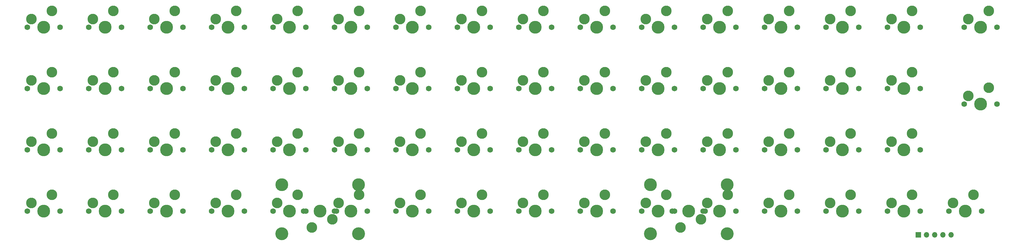
<source format=gts>
G04 #@! TF.GenerationSoftware,KiCad,Pcbnew,8.0.2-1.fc39*
G04 #@! TF.CreationDate,2024-05-29T21:02:28-04:00*
G04 #@! TF.ProjectId,KeychronQ9OrthoIntegrated,4b657963-6872-46f6-9e51-394f7274686f,rev?*
G04 #@! TF.SameCoordinates,Original*
G04 #@! TF.FileFunction,Soldermask,Top*
G04 #@! TF.FilePolarity,Negative*
%FSLAX46Y46*%
G04 Gerber Fmt 4.6, Leading zero omitted, Abs format (unit mm)*
G04 Created by KiCad (PCBNEW 8.0.2-1.fc39) date 2024-05-29 21:02:28*
%MOMM*%
%LPD*%
G01*
G04 APERTURE LIST*
%ADD10C,1.750000*%
%ADD11C,3.987800*%
%ADD12C,3.300000*%
%ADD13C,4.000000*%
%ADD14R,1.700000X1.700000*%
%ADD15O,1.700000X1.700000*%
G04 APERTURE END LIST*
D10*
G04 #@! TO.C,MX54*
X125730000Y-82550000D03*
D11*
X120650000Y-82550000D03*
D10*
X115570000Y-82550000D03*
D12*
X116840000Y-80010000D03*
X123190000Y-77470000D03*
G04 #@! TD*
D10*
G04 #@! TO.C,MX9*
X182880000Y-25400000D03*
D11*
X177800000Y-25400000D03*
D10*
X172720000Y-25400000D03*
D12*
X173990000Y-22860000D03*
X180340000Y-20320000D03*
G04 #@! TD*
D10*
G04 #@! TO.C,MX37*
X106680000Y-63500000D03*
D11*
X101600000Y-63500000D03*
D10*
X96520000Y-63500000D03*
D12*
X97790000Y-60960000D03*
X104140000Y-58420000D03*
G04 #@! TD*
D10*
G04 #@! TO.C,MX20*
X87630000Y-44450000D03*
D11*
X82550000Y-44450000D03*
D10*
X77470000Y-44450000D03*
D12*
X78740000Y-41910000D03*
X85090000Y-39370000D03*
G04 #@! TD*
D10*
G04 #@! TO.C,MX49*
X49530000Y-82550000D03*
D11*
X44450000Y-82550000D03*
D10*
X39370000Y-82550000D03*
D12*
X40640000Y-80010000D03*
X46990000Y-77470000D03*
G04 #@! TD*
D10*
G04 #@! TO.C,MX36*
X87630000Y-63500000D03*
D11*
X82550000Y-63500000D03*
D10*
X77470000Y-63500000D03*
D12*
X78740000Y-60960000D03*
X85090000Y-58420000D03*
G04 #@! TD*
D10*
G04 #@! TO.C,MX16*
X320992500Y-25400000D03*
D11*
X315912500Y-25400000D03*
D10*
X310832500Y-25400000D03*
D12*
X312102500Y-22860000D03*
X318452500Y-20320000D03*
G04 #@! TD*
D10*
G04 #@! TO.C,MX5*
X106680000Y-25400000D03*
D11*
X101600000Y-25400000D03*
D10*
X96520000Y-25400000D03*
D12*
X97790000Y-22860000D03*
X104140000Y-20320000D03*
G04 #@! TD*
D10*
G04 #@! TO.C,MX35*
X68580000Y-63500000D03*
D11*
X63500000Y-63500000D03*
D10*
X58420000Y-63500000D03*
D12*
X59690000Y-60960000D03*
X66040000Y-58420000D03*
G04 #@! TD*
D10*
G04 #@! TO.C,MX59*
X220980000Y-82550000D03*
D11*
X215900000Y-82550000D03*
D10*
X210820000Y-82550000D03*
D12*
X212090000Y-80010000D03*
X218440000Y-77470000D03*
G04 #@! TD*
D10*
G04 #@! TO.C,MX30*
X278130000Y-44450000D03*
D11*
X273050000Y-44450000D03*
D10*
X267970000Y-44450000D03*
D12*
X269240000Y-41910000D03*
X275590000Y-39370000D03*
G04 #@! TD*
D10*
G04 #@! TO.C,MX44*
X240030000Y-63500000D03*
D11*
X234950000Y-63500000D03*
D10*
X229870000Y-63500000D03*
D12*
X231140000Y-60960000D03*
X237490000Y-58420000D03*
G04 #@! TD*
D10*
G04 #@! TO.C,MX50*
X68580000Y-82550000D03*
D11*
X63500000Y-82550000D03*
D10*
X58420000Y-82550000D03*
D12*
X59690000Y-80010000D03*
X66040000Y-77470000D03*
G04 #@! TD*
D10*
G04 #@! TO.C,MX56*
X163830000Y-82550000D03*
D11*
X158750000Y-82550000D03*
D10*
X153670000Y-82550000D03*
D12*
X154940000Y-80010000D03*
X161290000Y-77470000D03*
G04 #@! TD*
D10*
G04 #@! TO.C,MX47*
X297180000Y-63500000D03*
D11*
X292100000Y-63500000D03*
D10*
X287020000Y-63500000D03*
D12*
X288290000Y-60960000D03*
X294640000Y-58420000D03*
G04 #@! TD*
D10*
G04 #@! TO.C,MX42*
X201930000Y-63500000D03*
D11*
X196850000Y-63500000D03*
D10*
X191770000Y-63500000D03*
D12*
X193040000Y-60960000D03*
X199390000Y-58420000D03*
G04 #@! TD*
D10*
G04 #@! TO.C,MX1*
X30480000Y-25400000D03*
D11*
X25400000Y-25400000D03*
D10*
X20320000Y-25400000D03*
D12*
X21590000Y-22860000D03*
X27940000Y-20320000D03*
G04 #@! TD*
D10*
G04 #@! TO.C,MX65*
X316230000Y-82550000D03*
D11*
X311150000Y-82550000D03*
D10*
X306070000Y-82550000D03*
D12*
X307340000Y-80010000D03*
X313690000Y-77470000D03*
G04 #@! TD*
D10*
G04 #@! TO.C,MX40*
X163830000Y-63500000D03*
D11*
X158750000Y-63500000D03*
D10*
X153670000Y-63500000D03*
D12*
X154940000Y-60960000D03*
X161290000Y-58420000D03*
G04 #@! TD*
D10*
G04 #@! TO.C,MX28*
X240030000Y-44450000D03*
D11*
X234950000Y-44450000D03*
D10*
X229870000Y-44450000D03*
D12*
X231140000Y-41910000D03*
X237490000Y-39370000D03*
G04 #@! TD*
D10*
G04 #@! TO.C,MX63*
X278130000Y-82550000D03*
D11*
X273050000Y-82550000D03*
D10*
X267970000Y-82550000D03*
D12*
X269240000Y-80010000D03*
X275590000Y-77470000D03*
G04 #@! TD*
D10*
G04 #@! TO.C,MX19*
X68580000Y-44450000D03*
D11*
X63500000Y-44450000D03*
D10*
X58420000Y-44450000D03*
D12*
X59690000Y-41910000D03*
X66040000Y-39370000D03*
G04 #@! TD*
D10*
G04 #@! TO.C,MX51*
X87630000Y-82550000D03*
D11*
X82550000Y-82550000D03*
D10*
X77470000Y-82550000D03*
D12*
X78740000Y-80010000D03*
X85090000Y-77470000D03*
G04 #@! TD*
D11*
G04 #@! TO.C,S2*
X213518750Y-74295000D03*
D13*
X213518750Y-89535000D03*
D11*
X237331250Y-74295000D03*
D13*
X237331250Y-89535000D03*
G04 #@! TD*
D10*
G04 #@! TO.C,MX31*
X297180000Y-44450000D03*
D11*
X292100000Y-44450000D03*
D10*
X287020000Y-44450000D03*
D12*
X288290000Y-41910000D03*
X294640000Y-39370000D03*
G04 #@! TD*
D10*
G04 #@! TO.C,MX10*
X201930000Y-25400000D03*
D11*
X196850000Y-25400000D03*
D10*
X191770000Y-25400000D03*
D12*
X193040000Y-22860000D03*
X199390000Y-20320000D03*
G04 #@! TD*
D10*
G04 #@! TO.C,MX12*
X240030000Y-25400000D03*
D11*
X234950000Y-25400000D03*
D10*
X229870000Y-25400000D03*
D12*
X231140000Y-22860000D03*
X237490000Y-20320000D03*
G04 #@! TD*
D10*
G04 #@! TO.C,MX23*
X144780000Y-44450000D03*
D11*
X139700000Y-44450000D03*
D10*
X134620000Y-44450000D03*
D12*
X135890000Y-41910000D03*
X142240000Y-39370000D03*
G04 #@! TD*
D10*
G04 #@! TO.C,MX17*
X30480000Y-44450000D03*
D11*
X25400000Y-44450000D03*
D10*
X20320000Y-44450000D03*
D12*
X21590000Y-41910000D03*
X27940000Y-39370000D03*
G04 #@! TD*
D10*
G04 #@! TO.C,MX24*
X163830000Y-44450000D03*
D11*
X158750000Y-44450000D03*
D10*
X153670000Y-44450000D03*
D12*
X154940000Y-41910000D03*
X161290000Y-39370000D03*
G04 #@! TD*
D10*
G04 #@! TO.C,MX27*
X220980000Y-44450000D03*
D11*
X215900000Y-44450000D03*
D10*
X210820000Y-44450000D03*
D12*
X212090000Y-41910000D03*
X218440000Y-39370000D03*
G04 #@! TD*
D10*
G04 #@! TO.C,MX26*
X201930000Y-44450000D03*
D11*
X196850000Y-44450000D03*
D10*
X191770000Y-44450000D03*
D12*
X193040000Y-41910000D03*
X199390000Y-39370000D03*
G04 #@! TD*
D10*
G04 #@! TO.C,MX13*
X259080000Y-25400000D03*
D11*
X254000000Y-25400000D03*
D10*
X248920000Y-25400000D03*
D12*
X250190000Y-22860000D03*
X256540000Y-20320000D03*
G04 #@! TD*
D10*
G04 #@! TO.C,MX53*
X106045000Y-82550000D03*
D11*
X111125000Y-82550000D03*
D10*
X116205000Y-82550000D03*
D12*
X114935000Y-85090000D03*
X108585000Y-87630000D03*
G04 #@! TD*
D10*
G04 #@! TO.C,MX62*
X259080000Y-82550000D03*
D11*
X254000000Y-82550000D03*
D10*
X248920000Y-82550000D03*
D12*
X250190000Y-80010000D03*
X256540000Y-77470000D03*
G04 #@! TD*
D10*
G04 #@! TO.C,MX4*
X87630000Y-25400000D03*
D11*
X82550000Y-25400000D03*
D10*
X77470000Y-25400000D03*
D12*
X78740000Y-22860000D03*
X85090000Y-20320000D03*
G04 #@! TD*
D10*
G04 #@! TO.C,MX43*
X220980000Y-63500000D03*
D11*
X215900000Y-63500000D03*
D10*
X210820000Y-63500000D03*
D12*
X212090000Y-60960000D03*
X218440000Y-58420000D03*
G04 #@! TD*
D10*
G04 #@! TO.C,MX52*
X106680000Y-82550000D03*
D11*
X101600000Y-82550000D03*
D10*
X96520000Y-82550000D03*
D12*
X97790000Y-80010000D03*
X104140000Y-77470000D03*
G04 #@! TD*
D10*
G04 #@! TO.C,MX41*
X182880000Y-63500000D03*
D11*
X177800000Y-63500000D03*
D10*
X172720000Y-63500000D03*
D12*
X173990000Y-60960000D03*
X180340000Y-58420000D03*
G04 #@! TD*
D10*
G04 #@! TO.C,MX15*
X297180000Y-25400000D03*
D11*
X292100000Y-25400000D03*
D10*
X287020000Y-25400000D03*
D12*
X288290000Y-22860000D03*
X294640000Y-20320000D03*
G04 #@! TD*
D10*
G04 #@! TO.C,MX57*
X182880000Y-82550000D03*
D11*
X177800000Y-82550000D03*
D10*
X172720000Y-82550000D03*
D12*
X173990000Y-80010000D03*
X180340000Y-77470000D03*
G04 #@! TD*
D10*
G04 #@! TO.C,MX38*
X125730000Y-63500000D03*
D11*
X120650000Y-63500000D03*
D10*
X115570000Y-63500000D03*
D12*
X116840000Y-60960000D03*
X123190000Y-58420000D03*
G04 #@! TD*
D10*
G04 #@! TO.C,MX14*
X278130000Y-25400000D03*
D11*
X273050000Y-25400000D03*
D10*
X267970000Y-25400000D03*
D12*
X269240000Y-22860000D03*
X275590000Y-20320000D03*
G04 #@! TD*
D10*
G04 #@! TO.C,MX11*
X220980000Y-25400000D03*
D11*
X215900000Y-25400000D03*
D10*
X210820000Y-25400000D03*
D12*
X212090000Y-22860000D03*
X218440000Y-20320000D03*
G04 #@! TD*
D10*
G04 #@! TO.C,MX48*
X30480000Y-82550000D03*
D11*
X25400000Y-82550000D03*
D10*
X20320000Y-82550000D03*
D12*
X21590000Y-80010000D03*
X27940000Y-77470000D03*
G04 #@! TD*
D10*
G04 #@! TO.C,MX21*
X106680000Y-44450000D03*
D11*
X101600000Y-44450000D03*
D10*
X96520000Y-44450000D03*
D12*
X97790000Y-41910000D03*
X104140000Y-39370000D03*
G04 #@! TD*
D10*
G04 #@! TO.C,MX25*
X182880000Y-44450000D03*
D11*
X177800000Y-44450000D03*
D10*
X172720000Y-44450000D03*
D12*
X173990000Y-41910000D03*
X180340000Y-39370000D03*
G04 #@! TD*
D10*
G04 #@! TO.C,MX32*
X320992500Y-49212500D03*
D11*
X315912500Y-49212500D03*
D10*
X310832500Y-49212500D03*
D12*
X312102500Y-46672500D03*
X318452500Y-44132500D03*
G04 #@! TD*
D10*
G04 #@! TO.C,MX22*
X125730000Y-44450000D03*
D11*
X120650000Y-44450000D03*
D10*
X115570000Y-44450000D03*
D12*
X116840000Y-41910000D03*
X123190000Y-39370000D03*
G04 #@! TD*
D10*
G04 #@! TO.C,MX46*
X278130000Y-63500000D03*
D11*
X273050000Y-63500000D03*
D10*
X267970000Y-63500000D03*
D12*
X269240000Y-60960000D03*
X275590000Y-58420000D03*
G04 #@! TD*
D10*
G04 #@! TO.C,MX39*
X144780000Y-63500000D03*
D11*
X139700000Y-63500000D03*
D10*
X134620000Y-63500000D03*
D12*
X135890000Y-60960000D03*
X142240000Y-58420000D03*
G04 #@! TD*
D10*
G04 #@! TO.C,MX29*
X259080000Y-44450000D03*
D11*
X254000000Y-44450000D03*
D10*
X248920000Y-44450000D03*
D12*
X250190000Y-41910000D03*
X256540000Y-39370000D03*
G04 #@! TD*
D10*
G04 #@! TO.C,MX61*
X240030000Y-82550000D03*
D11*
X234950000Y-82550000D03*
D10*
X229870000Y-82550000D03*
D12*
X231140000Y-80010000D03*
X237490000Y-77470000D03*
G04 #@! TD*
D10*
G04 #@! TO.C,MX33*
X30480000Y-63500000D03*
D11*
X25400000Y-63500000D03*
D10*
X20320000Y-63500000D03*
D12*
X21590000Y-60960000D03*
X27940000Y-58420000D03*
G04 #@! TD*
D10*
G04 #@! TO.C,MX34*
X49530000Y-63500000D03*
D11*
X44450000Y-63500000D03*
D10*
X39370000Y-63500000D03*
D12*
X40640000Y-60960000D03*
X46990000Y-58420000D03*
G04 #@! TD*
D11*
G04 #@! TO.C,S1*
X99218750Y-74295000D03*
D13*
X99218750Y-89535000D03*
D11*
X123031250Y-74295000D03*
D13*
X123031250Y-89535000D03*
G04 #@! TD*
D14*
G04 #@! TO.C,J3*
X296584432Y-89892112D03*
D15*
X299124432Y-89892112D03*
X301664431Y-89892112D03*
X304204432Y-89892112D03*
X306744432Y-89892112D03*
G04 #@! TD*
D10*
G04 #@! TO.C,MX45*
X259080000Y-63500000D03*
D11*
X254000000Y-63500000D03*
D10*
X248920000Y-63500000D03*
D12*
X250190000Y-60960000D03*
X256540000Y-58420000D03*
G04 #@! TD*
D10*
G04 #@! TO.C,MX64*
X297180000Y-82550000D03*
D11*
X292100000Y-82550000D03*
D10*
X287020000Y-82550000D03*
D12*
X288290000Y-80010000D03*
X294640000Y-77470000D03*
G04 #@! TD*
D10*
G04 #@! TO.C,MX18*
X49530000Y-44450000D03*
D11*
X44450000Y-44450000D03*
D10*
X39370000Y-44450000D03*
D12*
X40640000Y-41910000D03*
X46990000Y-39370000D03*
G04 #@! TD*
D10*
G04 #@! TO.C,MX55*
X144780000Y-82550000D03*
D11*
X139700000Y-82550000D03*
D10*
X134620000Y-82550000D03*
D12*
X135890000Y-80010000D03*
X142240000Y-77470000D03*
G04 #@! TD*
D10*
G04 #@! TO.C,MX60*
X220345000Y-82550000D03*
D11*
X225425000Y-82550000D03*
D10*
X230505000Y-82550000D03*
D12*
X229235000Y-85090000D03*
X222885000Y-87630000D03*
G04 #@! TD*
D10*
G04 #@! TO.C,MX2*
X49530000Y-25400000D03*
D11*
X44450000Y-25400000D03*
D10*
X39370000Y-25400000D03*
D12*
X40640000Y-22860000D03*
X46990000Y-20320000D03*
G04 #@! TD*
D10*
G04 #@! TO.C,MX58*
X201930000Y-82550000D03*
D11*
X196850000Y-82550000D03*
D10*
X191770000Y-82550000D03*
D12*
X193040000Y-80010000D03*
X199390000Y-77470000D03*
G04 #@! TD*
D10*
G04 #@! TO.C,MX6*
X125730000Y-25400000D03*
D11*
X120650000Y-25400000D03*
D10*
X115570000Y-25400000D03*
D12*
X116840000Y-22860000D03*
X123190000Y-20320000D03*
G04 #@! TD*
D10*
G04 #@! TO.C,MX8*
X163830000Y-25400000D03*
D11*
X158750000Y-25400000D03*
D10*
X153670000Y-25400000D03*
D12*
X154940000Y-22860000D03*
X161290000Y-20320000D03*
G04 #@! TD*
D10*
G04 #@! TO.C,MX7*
X144780000Y-25400000D03*
D11*
X139700000Y-25400000D03*
D10*
X134620000Y-25400000D03*
D12*
X135890000Y-22860000D03*
X142240000Y-20320000D03*
G04 #@! TD*
D10*
G04 #@! TO.C,MX3*
X68580000Y-25400000D03*
D11*
X63500000Y-25400000D03*
D10*
X58420000Y-25400000D03*
D12*
X59690000Y-22860000D03*
X66040000Y-20320000D03*
G04 #@! TD*
M02*

</source>
